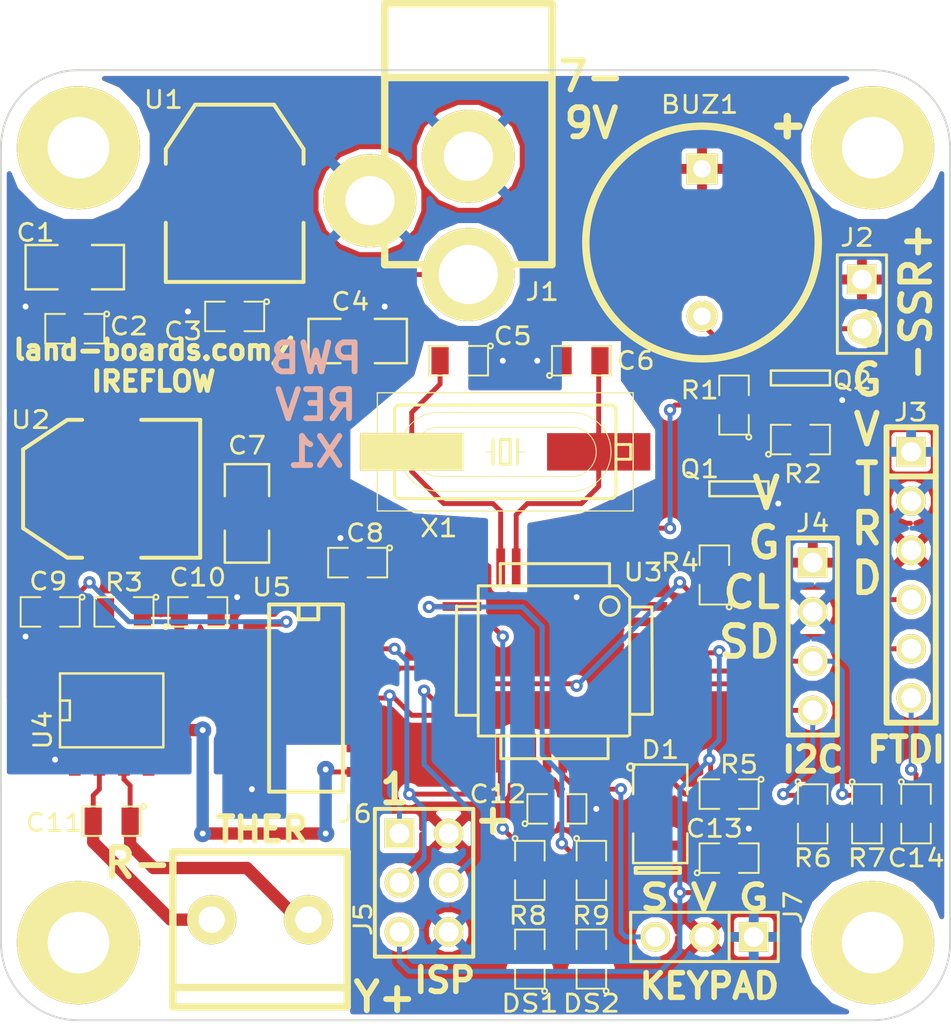
<source format=kicad_pcb>
(kicad_pcb (version 3) (host pcbnew "(2013-07-07 BZR 4022)-stable")
  (layers (15 F.Cu signal) (0 B.Cu signal) (20 B.SilkS user hide) (21 F.SilkS user) (22 B.Mask user) (23 F.Mask user) (28 Edge.Cuts user))
  (net 0 "")
  (net 1 +5V)
  (net 2 /CPU/BUZZ)
  (net 3 /CPU/CS)
  (net 4 /CPU/DS1)
  (net 5 /CPU/DS2)
  (net 6 /CPU/MISO)
  (net 7 /CPU/MOSI)
  (net 8 /CPU/RESET)
  (net 9 /CPU/RXD)
  (net 10 /CPU/SCK)
  (net 11 /CPU/SCL)
  (net 12 /CPU/SDA)
  (net 13 /CPU/SSR)
  (net 14 /CPU/SW5WAY)
  (net 15 /CPU/TXD)
  (net 16 /CPU/XTAL1)
  (net 17 /CPU/XTAL2)
  (net 18 "/Power Supply/+3.3V")
  (net 19 "/Thermocoupler Amplifier/THERMO+")
  (net 20 "/Thermocoupler Amplifier/THERMO-")
  (net 21 "/Thermocoupler Amplifier/V33COND")
  (net 22 GND)
  (net 23 N-0000016)
  (net 24 N-0000019)
  (net 25 N-0000021)
  (net 26 N-0000022)
  (net 27 N-0000030)
  (net 28 N-0000031)
  (net 29 N-0000033)
  (net 30 N-0000034)
  (net 31 N-0000042)
  (net 32 N-0000044)
  (net 33 N-0000045)
  (net 34 N-0000051)
  (module TQFP32 (layer F.Cu) (at 28.575 30.48 270)
    (fp_text reference U3 (at -4.584 -4.576 360) (layer F.SilkS) (effects (font (size 0.889 1.016) (thickness 0.1397))))
    (fp_text value ATMEGA328-AU hide)
    (pad 8 smd rect (at -4.81584 2.77622 270) (size 1.99898 0.44958) (layers F.Cu F.Mask) (net 17 /CPU/XTAL2))
    (pad 7 smd rect (at -4.81584 1.97612 270) (size 1.99898 0.44958) (layers F.Cu F.Mask) (net 16 /CPU/XTAL1))
    (pad 6 smd rect (at -4.81584 1.17602 270) (size 1.99898 0.44958) (layers F.Cu F.Mask) (net 1 +5V))
    (pad 5 smd rect (at -4.81584 0.37592 270) (size 1.99898 0.44958) (layers F.Cu F.Mask) (net 22 GND))
    (pad 4 smd rect (at -4.81584 -0.42418 270) (size 1.99898 0.44958) (layers F.Cu F.Mask) (net 1 +5V))
    (pad 3 smd rect (at -4.81584 -1.22428 270) (size 1.99898 0.44958) (layers F.Cu F.Mask) (net 22 GND))
    (pad 2 smd rect (at -4.81584 -2.02438 270) (size 1.99898 0.44958) (layers F.Cu F.Mask) (net 13 /CPU/SSR))
    (pad 1 smd rect (at -4.81584 -2.82448 270) (size 1.99898 0.44958) (layers F.Cu F.Mask))
    (pad 24 smd rect (at 4.7498 -2.8194 270) (size 1.99898 0.44958) (layers F.Cu F.Mask))
    (pad 17 smd rect (at 4.7498 2.794 270) (size 1.99898 0.44958) (layers F.Cu F.Mask) (net 10 /CPU/SCK))
    (pad 18 smd rect (at 4.7498 1.9812 270) (size 1.99898 0.44958) (layers F.Cu F.Mask) (net 1 +5V))
    (pad 19 smd rect (at 4.7498 1.1684 270) (size 1.99898 0.44958) (layers F.Cu F.Mask))
    (pad 20 smd rect (at 4.7498 0.381 270) (size 1.99898 0.44958) (layers F.Cu F.Mask))
    (pad 21 smd rect (at 4.7498 -0.4318 270) (size 1.99898 0.44958) (layers F.Cu F.Mask) (net 22 GND))
    (pad 22 smd rect (at 4.7498 -1.2192 270) (size 1.99898 0.44958) (layers F.Cu F.Mask))
    (pad 23 smd rect (at 4.7498 -2.032 270) (size 1.99898 0.44958) (layers F.Cu F.Mask) (net 14 /CPU/SW5WAY))
    (pad 32 smd rect (at -2.82448 -4.826 270) (size 0.44958 1.99898) (layers F.Cu F.Mask))
    (pad 31 smd rect (at -2.02692 -4.826 270) (size 0.44958 1.99898) (layers F.Cu F.Mask) (net 15 /CPU/TXD))
    (pad 30 smd rect (at -1.22428 -4.826 270) (size 0.44958 1.99898) (layers F.Cu F.Mask) (net 9 /CPU/RXD))
    (pad 29 smd rect (at -0.42672 -4.826 270) (size 0.44958 1.99898) (layers F.Cu F.Mask) (net 8 /CPU/RESET))
    (pad 28 smd rect (at 0.37592 -4.826 270) (size 0.44958 1.99898) (layers F.Cu F.Mask) (net 11 /CPU/SCL))
    (pad 27 smd rect (at 1.17348 -4.826 270) (size 0.44958 1.99898) (layers F.Cu F.Mask) (net 12 /CPU/SDA))
    (pad 26 smd rect (at 1.97612 -4.826 270) (size 0.44958 1.99898) (layers F.Cu F.Mask))
    (pad 25 smd rect (at 2.77368 -4.826 270) (size 0.44958 1.99898) (layers F.Cu F.Mask))
    (pad 9 smd rect (at -2.8194 4.7752 270) (size 0.44958 1.99898) (layers F.Cu F.Mask) (net 5 /CPU/DS2))
    (pad 10 smd rect (at -2.032 4.7752 270) (size 0.44958 1.99898) (layers F.Cu F.Mask) (net 4 /CPU/DS1))
    (pad 11 smd rect (at -1.2192 4.7752 270) (size 0.44958 1.99898) (layers F.Cu F.Mask))
    (pad 12 smd rect (at -0.4318 4.7752 270) (size 0.44958 1.99898) (layers F.Cu F.Mask))
    (pad 13 smd rect (at 0.3556 4.7752 270) (size 0.44958 1.99898) (layers F.Cu F.Mask) (net 3 /CPU/CS))
    (pad 14 smd rect (at 1.1684 4.7752 270) (size 0.44958 1.99898) (layers F.Cu F.Mask) (net 2 /CPU/BUZZ))
    (pad 15 smd rect (at 1.9812 4.7752 270) (size 0.44958 1.99898) (layers F.Cu F.Mask) (net 7 /CPU/MOSI))
    (pad 16 smd rect (at 2.794 4.7752 270) (size 0.44958 1.99898) (layers F.Cu F.Mask) (net 6 /CPU/MISO))
  )
  (module SOT23EBC (layer F.Cu) (at 38.1 21.59 180)
    (fp_text reference Q1 (at 2.032 1.016 180) (layer F.SilkS) (effects (font (size 0.889 1.016) (thickness 0.1397))))
    (fp_text value 2N3904 hide)
    (pad 1 smd rect (at -0.889 -1.016 180) (size 0.9144 0.9144) (layers F.Cu F.Mask) (net 22 GND))
    (pad 2 smd rect (at 0.889 -1.016 180) (size 0.9144 0.9144) (layers F.Cu F.Mask) (net 27 N-0000030))
    (pad 3 smd rect (at 0 1.016 180) (size 0.9144 0.9144) (layers F.Cu F.Mask) (net 23 N-0000016))
  )
  (module SOT223 (layer F.Cu) (at 5.715 21.59 90)
    (fp_text reference U2 (at 3.556 -4.191 180) (layer F.SilkS) (effects (font (size 0.889 1.016) (thickness 0.1397))))
    (fp_text value AP1117 hide)
    (pad 4 smd rect (at 0 -3.302 90) (size 3.6576 2.032) (layers F.Cu F.Mask) (net 18 "/Power Supply/+3.3V"))
    (pad 2 smd rect (at 0 3.302 90) (size 1.016 2.032) (layers F.Cu F.Mask) (net 18 "/Power Supply/+3.3V"))
    (pad 3 smd rect (at 2.286 3.302 90) (size 1.016 2.032) (layers F.Cu F.Mask) (net 1 +5V))
    (pad 1 smd rect (at -2.286 3.302 90) (size 1.016 2.032) (layers F.Cu F.Mask) (net 22 GND))
  )
  (module SOT223 (layer F.Cu) (at 12.065 6.35)
    (fp_text reference U1 (at -3.683 -4.826) (layer F.SilkS) (effects (font (size 0.889 1.016) (thickness 0.1397))))
    (fp_text value AP1117-5.0 hide)
    (pad 4 smd rect (at 0 -3.302) (size 3.6576 2.032) (layers F.Cu F.Mask) (net 1 +5V))
    (pad 2 smd rect (at 0 3.302) (size 1.016 2.032) (layers F.Cu F.Mask) (net 1 +5V))
    (pad 3 smd rect (at 2.286 3.302) (size 1.016 2.032) (layers F.Cu F.Mask) (net 34 N-0000051))
    (pad 1 smd rect (at -2.286 3.302) (size 1.016 2.032) (layers F.Cu F.Mask) (net 22 GND))
  )
  (module SM0805 (layer F.Cu) (at 28.702 38.1)
    (fp_text reference C12 (at -3.048 -0.762) (layer F.SilkS) (effects (font (size 0.889 1.016) (thickness 0.1397))))
    (fp_text value 0.1uF hide)
    (pad 1 smd rect (at -0.9525 0) (size 0.889 1.397) (layers F.Cu F.Mask) (net 1 +5V))
    (pad 2 smd rect (at 0.9525 0) (size 0.889 1.397) (layers F.Cu F.Mask) (net 22 GND))
  )
  (module SM0805 (layer F.Cu) (at 23.622 14.986 180)
    (fp_text reference C5 (at -2.794 1.27 180) (layer F.SilkS) (effects (font (size 0.889 1.016) (thickness 0.1397))))
    (fp_text value 18pF hide)
    (pad 1 smd rect (at -0.9525 0 180) (size 0.889 1.397) (layers F.Cu F.Mask) (net 22 GND))
    (pad 2 smd rect (at 0.9525 0 180) (size 0.889 1.397) (layers F.Cu F.Mask) (net 17 /CPU/XTAL2))
  )
  (module SM0805 (layer F.Cu) (at 37.846 17.272 90)
    (fp_text reference R1 (at 0.762 -1.778 180) (layer F.SilkS) (effects (font (size 0.889 1.016) (thickness 0.1397))))
    (fp_text value 100 hide)
    (pad 1 smd rect (at -0.9525 0 90) (size 0.889 1.397) (layers F.Cu F.Mask) (net 23 N-0000016))
    (pad 2 smd rect (at 0.9525 0 90) (size 0.889 1.397) (layers F.Cu F.Mask) (net 28 N-0000031))
  )
  (module SM0805 (layer F.Cu) (at 29.972 14.986)
    (fp_text reference C6 (at 2.794 0) (layer F.SilkS) (effects (font (size 0.889 1.016) (thickness 0.1397))))
    (fp_text value 18pF hide)
    (pad 1 smd rect (at -0.9525 0) (size 0.889 1.397) (layers F.Cu F.Mask) (net 22 GND))
    (pad 2 smd rect (at 0.9525 0) (size 0.889 1.397) (layers F.Cu F.Mask) (net 16 /CPU/XTAL1))
  )
  (module SM0805 (layer F.Cu) (at 12.065 12.7 180)
    (fp_text reference C3 (at 2.667 -0.762 180) (layer F.SilkS) (effects (font (size 0.889 1.016) (thickness 0.1397))))
    (fp_text value 0.1uF hide)
    (pad 1 smd rect (at -0.9525 0 180) (size 0.889 1.397) (layers F.Cu F.Mask) (net 34 N-0000051))
    (pad 2 smd rect (at 0.9525 0 180) (size 0.889 1.397) (layers F.Cu F.Mask) (net 22 GND))
  )
  (module SM0805 (layer F.Cu) (at 3.81 13.335 180)
    (fp_text reference C2 (at -2.794 0.127 180) (layer F.SilkS) (effects (font (size 0.889 1.016) (thickness 0.1397))))
    (fp_text value 0.1uF hide)
    (pad 1 smd rect (at -0.9525 0 180) (size 0.889 1.397) (layers F.Cu F.Mask) (net 1 +5V))
    (pad 2 smd rect (at 0.9525 0 180) (size 0.889 1.397) (layers F.Cu F.Mask) (net 22 GND))
  )
  (module SM0805 (layer F.Cu) (at 10.16 27.94)
    (fp_text reference C10 (at 0 -1.778) (layer F.SilkS) (effects (font (size 0.889 1.016) (thickness 0.1397))))
    (fp_text value 0.1uF hide)
    (pad 1 smd rect (at -0.9525 0) (size 0.889 1.397) (layers F.Cu F.Mask) (net 18 "/Power Supply/+3.3V"))
    (pad 2 smd rect (at 0.9525 0) (size 0.889 1.397) (layers F.Cu F.Mask) (net 22 GND))
  )
  (module SM0805 (layer F.Cu) (at 30.48 41.275 270)
    (fp_text reference R9 (at 2.334 0.012 360) (layer F.SilkS) (effects (font (size 0.889 1.016) (thickness 0.1397))))
    (fp_text value 330 hide)
    (pad 1 smd rect (at -0.9525 0 270) (size 0.889 1.397) (layers F.Cu F.Mask) (net 5 /CPU/DS2))
    (pad 2 smd rect (at 0.9525 0 270) (size 0.889 1.397) (layers F.Cu F.Mask) (net 30 N-0000034))
  )
  (module SM0805 (layer F.Cu) (at 37.592 37.338 180)
    (fp_text reference R5 (at -0.508 1.524 180) (layer F.SilkS) (effects (font (size 0.889 1.016) (thickness 0.1397))))
    (fp_text value 10K hide)
    (pad 1 smd rect (at -0.9525 0 180) (size 0.889 1.397) (layers F.Cu F.Mask) (net 1 +5V))
    (pad 2 smd rect (at 0.9525 0 180) (size 0.889 1.397) (layers F.Cu F.Mask) (net 8 /CPU/RESET))
  )
  (module SM0805 (layer F.Cu) (at 18.415 25.4 180)
    (fp_text reference C8 (at -0.381 1.524 180) (layer F.SilkS) (effects (font (size 0.889 1.016) (thickness 0.1397))))
    (fp_text value 0.1uF hide)
    (pad 1 smd rect (at -0.9525 0 180) (size 0.889 1.397) (layers F.Cu F.Mask) (net 1 +5V))
    (pad 2 smd rect (at 0.9525 0 180) (size 0.889 1.397) (layers F.Cu F.Mask) (net 22 GND))
  )
  (module SM0805 (layer F.Cu) (at 37.592 40.64)
    (fp_text reference C13 (at -0.762 -1.524) (layer F.SilkS) (effects (font (size 0.889 1.016) (thickness 0.1397))))
    (fp_text value 0.1uF hide)
    (pad 1 smd rect (at -0.9525 0) (size 0.889 1.397) (layers F.Cu F.Mask) (net 1 +5V))
    (pad 2 smd rect (at 0.9525 0) (size 0.889 1.397) (layers F.Cu F.Mask) (net 22 GND))
  )
  (module SM0805 (layer F.Cu) (at 27.305 45.847 90)
    (fp_text reference DS1 (at -2.286 0 180) (layer F.SilkS) (effects (font (size 0.889 1.016) (thickness 0.1397))))
    (fp_text value LED hide)
    (pad 1 smd rect (at -0.9525 0 90) (size 0.889 1.397) (layers F.Cu F.Mask) (net 1 +5V))
    (pad 2 smd rect (at 0.9525 0 90) (size 0.889 1.397) (layers F.Cu F.Mask) (net 29 N-0000033))
  )
  (module SM0805 (layer F.Cu) (at 27.305 41.275 270)
    (fp_text reference R8 (at 2.334 0.108 360) (layer F.SilkS) (effects (font (size 0.889 1.016) (thickness 0.1397))))
    (fp_text value 330 hide)
    (pad 1 smd rect (at -0.9525 0 270) (size 0.889 1.397) (layers F.Cu F.Mask) (net 4 /CPU/DS1))
    (pad 2 smd rect (at 0.9525 0 270) (size 0.889 1.397) (layers F.Cu F.Mask) (net 29 N-0000033))
  )
  (module SM0805 (layer F.Cu) (at 36.83 26.035 90)
    (fp_text reference R4 (at 0.635 -1.778 180) (layer F.SilkS) (effects (font (size 0.889 1.016) (thickness 0.1397))))
    (fp_text value 10K hide)
    (pad 1 smd rect (at -0.9525 0 90) (size 0.889 1.397) (layers F.Cu F.Mask) (net 2 /CPU/BUZZ))
    (pad 2 smd rect (at 0.9525 0 90) (size 0.889 1.397) (layers F.Cu F.Mask) (net 27 N-0000030))
  )
  (module PIEZO_12MM (layer F.Cu) (at 36.195 8.89 270)
    (fp_text reference BUZ1 (at -7.112 0.127 360) (layer F.SilkS) (effects (font (size 0.889 1.016) (thickness 0.1397))))
    (fp_text value BUZZER hide)
    (pad 1 thru_hole rect (at -3.8 0 270) (size 1.6 1.6) (drill 0.9) (layers *.Cu *.Mask F.SilkS) (net 1 +5V))
    (pad 2 thru_hole circle (at 3.8 0 270) (size 1.6 1.6) (drill 0.9) (layers *.Cu *.Mask F.SilkS) (net 28 N-0000031))
  )
  (module MTG-4-40 (layer F.Cu) (at 4 4)
    (fp_text reference MTG4 hide)
    (fp_text value CONN_1 hide)
    (pad 1 thru_hole circle (at 0 0) (size 6.35 6.35) (drill 3.175) (layers *.Cu *.Mask F.SilkS) (clearance 0.508))
  )
  (module MTG-4-40 (layer F.Cu) (at 45 4)
    (fp_text reference MTG3 hide)
    (fp_text value CONN_1 hide)
    (pad 1 thru_hole circle (at 0 0) (size 6.35 6.35) (drill 3.175) (layers *.Cu *.Mask F.SilkS) (clearance 0.508))
  )
  (module MTG-4-40 (layer F.Cu) (at 4 45)
    (fp_text reference MTG2 hide)
    (fp_text value CONN_1 hide)
    (pad 1 thru_hole circle (at 0 0) (size 6.35 6.35) (drill 3.175) (layers *.Cu *.Mask F.SilkS) (clearance 0.508))
  )
  (module MTG-4-40 (layer F.Cu) (at 45 45)
    (fp_text reference MTG1 hide)
    (fp_text value CONN_1 hide)
    (pad 1 thru_hole circle (at 0 0) (size 6.35 6.35) (drill 3.175) (layers *.Cu *.Mask F.SilkS) (clearance 0.508))
  )
  (module crystal-HC49UP (layer F.Cu) (at 26.035 19.685)
    (fp_text reference X1 (at -3.429 3.937) (layer F.SilkS) (effects (font (size 0.889 1.016) (thickness 0.1397))))
    (fp_text value 16.0MHz hide)
    (pad 1 smd rect (at -4.826 0) (size 5.334 1.9304) (layers F.Cu F.SilkS F.Mask) (net 17 /CPU/XTAL2))
    (pad 2 smd rect (at 4.826 0) (size 5.334 1.9304) (layers F.Cu F.Mask) (net 16 /CPU/XTAL1))
  )
  (module SM0805 (layer F.Cu) (at 5.715 38.735 180)
    (fp_text reference C11 (at 2.9718 -0.0762 180) (layer F.SilkS) (effects (font (size 0.889 1.016) (thickness 0.1397))))
    (fp_text value 0.01uF hide)
    (pad 1 smd rect (at -0.9525 0 180) (size 0.889 1.397) (layers F.Cu F.Mask) (net 19 "/Thermocoupler Amplifier/THERMO+"))
    (pad 2 smd rect (at 0.9525 0 180) (size 0.889 1.397) (layers F.Cu F.Mask) (net 20 "/Thermocoupler Amplifier/THERMO-"))
  )
  (module SM0805 (layer F.Cu) (at 2.54 27.94 180)
    (fp_text reference C9 (at 0.1016 1.5748 180) (layer F.SilkS) (effects (font (size 0.889 1.016) (thickness 0.1397))))
    (fp_text value 0.1uF hide)
    (pad 1 smd rect (at -0.9525 0 180) (size 0.889 1.397) (layers F.Cu F.Mask) (net 21 "/Thermocoupler Amplifier/V33COND"))
    (pad 2 smd rect (at 0.9525 0 180) (size 0.889 1.397) (layers F.Cu F.Mask) (net 22 GND))
  )
  (module SM0805 (layer F.Cu) (at 6.35 27.94 180)
    (fp_text reference R3 (at 0 1.524 180) (layer F.SilkS) (effects (font (size 0.889 1.016) (thickness 0.1397))))
    (fp_text value 10 hide)
    (pad 1 smd rect (at -0.9525 0 180) (size 0.889 1.397) (layers F.Cu F.Mask) (net 18 "/Power Supply/+3.3V"))
    (pad 2 smd rect (at 0.9525 0 180) (size 0.889 1.397) (layers F.Cu F.Mask) (net 21 "/Thermocoupler Amplifier/V33COND"))
  )
  (module TB2-5MM (layer F.Cu) (at 15.875 43.815 180)
    (fp_text reference J5 (at -2.8194 0.0254 270) (layer F.SilkS) (effects (font (size 0.889 1.016) (thickness 0.1397))))
    (fp_text value CONN_2 hide)
    (pad 1 thru_hole circle (at 0 0 180) (size 2.54 2.54) (drill 1.3589) (layers *.Cu *.Mask F.SilkS) (net 19 "/Thermocoupler Amplifier/THERMO+"))
    (pad 2 thru_hole circle (at 5 0 180) (size 2.54 2.54) (drill 1.3589) (layers *.Cu *.Mask F.SilkS) (net 20 "/Thermocoupler Amplifier/THERMO-"))
  )
  (module PIN_ARRAY_3X1 (layer F.Cu) (at 36.322 44.704 180)
    (fp_text reference J7 (at -4.572 1.524 270) (layer F.SilkS) (effects (font (size 0.889 1.016) (thickness 0.1397))))
    (fp_text value GVS hide)
    (pad 1 thru_hole rect (at -2.54 0 180) (size 1.524 1.524) (drill 1.016) (layers *.Cu *.Mask F.SilkS) (net 22 GND))
    (pad 2 thru_hole circle (at 0 0 180) (size 1.524 1.524) (drill 1.016) (layers *.Cu *.Mask F.SilkS) (net 1 +5V))
    (pad 3 thru_hole circle (at 2.54 0 180) (size 1.524 1.524) (drill 1.016) (layers *.Cu *.Mask F.SilkS) (net 14 /CPU/SW5WAY))
  )
  (module JACK_2.1MM (layer F.Cu) (at 24.13 4.445 270)
    (fp_text reference J1 (at 6.985 -3.81 360) (layer F.SilkS) (effects (font (size 0.889 1.016) (thickness 0.1397))))
    (fp_text value DCJ0202 hide)
    (pad 2 thru_hole circle (at 0 0 270) (size 4.8006 4.8006) (drill 2.54) (layers *.Cu *.Mask F.SilkS) (net 22 GND))
    (pad 1 thru_hole circle (at 6.096 0 270) (size 4.8006 4.8006) (drill 3.048) (layers *.Cu *.Mask F.SilkS) (net 34 N-0000051))
    (pad 3 thru_hole circle (at 2.286 5.08 270) (size 4.8006 4.8006) (drill 2.54) (layers *.Cu *.Mask F.SilkS) (net 22 GND))
  )
  (module SM1206 (layer F.Cu) (at 18.415 13.97)
    (fp_text reference C4 (at -0.381 -2.032) (layer F.SilkS) (effects (font (size 0.889 1.016) (thickness 0.1397))))
    (fp_text value 10uF hide)
    (pad 1 smd rect (at -1.651 0) (size 1.524 2.032) (layers F.Cu F.Mask) (net 34 N-0000051))
    (pad 2 smd rect (at 1.651 0) (size 1.524 2.032) (layers F.Cu F.Mask) (net 22 GND))
  )
  (module SM1206 (layer F.Cu) (at 3.81 10.16 180)
    (fp_text reference C1 (at 2.032 1.778 180) (layer F.SilkS) (effects (font (size 0.889 1.016) (thickness 0.1397))))
    (fp_text value 10uF hide)
    (pad 1 smd rect (at -1.651 0 180) (size 1.524 2.032) (layers F.Cu F.Mask) (net 1 +5V))
    (pad 2 smd rect (at 1.651 0 180) (size 1.524 2.032) (layers F.Cu F.Mask) (net 22 GND))
  )
  (module SM1206 (layer F.Cu) (at 12.7 22.86 270)
    (fp_text reference C7 (at -3.5 0 360) (layer F.SilkS) (effects (font (size 0.889 1.016) (thickness 0.1397))))
    (fp_text value 10uF hide)
    (pad 1 smd rect (at -1.651 0 270) (size 1.524 2.032) (layers F.Cu F.Mask) (net 18 "/Power Supply/+3.3V"))
    (pad 2 smd rect (at 1.651 0 270) (size 1.524 2.032) (layers F.Cu F.Mask) (net 22 GND))
  )
  (module SO8E (layer F.Cu) (at 5.715 33.02)
    (fp_text reference U4 (at -3.556 1.016 90) (layer F.SilkS) (effects (font (size 0.889 1.016) (thickness 0.1397))))
    (fp_text value MAX31855 hide)
    (pad 8 smd rect (at -1.905 -2.667) (size 0.59944 1.39954) (layers F.Cu F.Mask))
    (pad 1 smd rect (at -1.905 2.667) (size 0.59944 1.39954) (layers F.Cu F.Mask) (net 22 GND))
    (pad 7 smd rect (at -0.635 -2.667) (size 0.59944 1.39954) (layers F.Cu F.Mask) (net 33 N-0000045))
    (pad 6 smd rect (at 0.635 -2.667) (size 0.59944 1.39954) (layers F.Cu F.Mask) (net 32 N-0000044))
    (pad 5 smd rect (at 1.905 -2.667) (size 0.59944 1.39954) (layers F.Cu F.Mask) (net 31 N-0000042))
    (pad 2 smd rect (at -0.635 2.667) (size 0.59944 1.39954) (layers F.Cu F.Mask) (net 20 "/Thermocoupler Amplifier/THERMO-"))
    (pad 3 smd rect (at 0.635 2.667) (size 0.59944 1.39954) (layers F.Cu F.Mask) (net 19 "/Thermocoupler Amplifier/THERMO+"))
    (pad 4 smd rect (at 1.905 2.667) (size 0.59944 1.39954) (layers F.Cu F.Mask) (net 21 "/Thermocoupler Amplifier/V33COND"))
  )
  (module SOT23EBC (layer F.Cu) (at 41.275 15.875 180)
    (fp_text reference Q2 (at -2.667 -0.127 180) (layer F.SilkS) (effects (font (size 0.889 1.016) (thickness 0.1397))))
    (fp_text value 2N3904 hide)
    (pad 1 smd rect (at -0.889 -1.016 180) (size 0.9144 0.9144) (layers F.Cu F.Mask) (net 22 GND))
    (pad 2 smd rect (at 0.889 -1.016 180) (size 0.9144 0.9144) (layers F.Cu F.Mask) (net 26 N-0000022))
    (pad 3 smd rect (at 0 1.016 180) (size 0.9144 0.9144) (layers F.Cu F.Mask) (net 25 N-0000021))
  )
  (module SM0805 (layer F.Cu) (at 41.275 19.05)
    (fp_text reference R2 (at 0.127 1.778) (layer F.SilkS) (effects (font (size 0.889 1.016) (thickness 0.1397))))
    (fp_text value 10K hide)
    (pad 1 smd rect (at -0.9525 0) (size 0.889 1.397) (layers F.Cu F.Mask) (net 13 /CPU/SSR))
    (pad 2 smd rect (at 0.9525 0) (size 0.889 1.397) (layers F.Cu F.Mask) (net 26 N-0000022))
  )
  (module PIN_ARRAY_2X1 (layer F.Cu) (at 44.45 12.065 270)
    (fp_text reference J2 (at -3.429 0.254 360) (layer F.SilkS) (effects (font (size 0.889 1.016) (thickness 0.1397))))
    (fp_text value CONN_2 hide)
    (pad 1 thru_hole rect (at -1.27 0 270) (size 1.524 1.524) (drill 1.016) (layers *.Cu *.Mask F.SilkS) (net 1 +5V))
    (pad 2 thru_hole circle (at 1.27 0 270) (size 1.524 1.524) (drill 1.016) (layers *.Cu *.Mask F.SilkS) (net 25 N-0000021))
  )
  (module PIN_ARRAY_3X2 (layer F.Cu) (at 21.844 41.91 270)
    (fp_text reference J6 (at -3.556 3.556 360) (layer F.SilkS) (effects (font (size 0.889 1.016) (thickness 0.1397))))
    (fp_text value ISP hide)
    (pad 1 thru_hole rect (at -2.54 1.27 270) (size 1.524 1.524) (drill 1.016) (layers *.Cu *.Mask F.SilkS) (net 6 /CPU/MISO))
    (pad 2 thru_hole circle (at -2.54 -1.27 270) (size 1.524 1.524) (drill 1.016) (layers *.Cu *.Mask F.SilkS) (net 1 +5V))
    (pad 3 thru_hole circle (at 0 1.27 270) (size 1.524 1.524) (drill 1.016) (layers *.Cu *.Mask F.SilkS) (net 10 /CPU/SCK))
    (pad 4 thru_hole circle (at 0 -1.27 270) (size 1.524 1.524) (drill 1.016) (layers *.Cu *.Mask F.SilkS) (net 7 /CPU/MOSI))
    (pad 5 thru_hole circle (at 2.54 1.27 270) (size 1.524 1.524) (drill 1.016) (layers *.Cu *.Mask F.SilkS) (net 8 /CPU/RESET))
    (pad 6 thru_hole circle (at 2.54 -1.27 270) (size 1.524 1.524) (drill 1.016) (layers *.Cu *.Mask F.SilkS) (net 22 GND))
  )
  (module PIN_ARRAY_4X1 (layer F.Cu) (at 41.91 29.21 270)
    (fp_text reference J4 (at -5.842 0 360) (layer F.SilkS) (effects (font (size 0.889 1.016) (thickness 0.1397))))
    (fp_text value I2C_OLED_128X64 hide)
    (pad 1 thru_hole rect (at -3.81 0 270) (size 1.524 1.524) (drill 1.016) (layers *.Cu *.Mask F.SilkS) (net 1 +5V))
    (pad 2 thru_hole circle (at -1.27 0 270) (size 1.524 1.524) (drill 1.016) (layers *.Cu *.Mask F.SilkS) (net 22 GND))
    (pad 3 thru_hole circle (at 1.27 0 270) (size 1.524 1.524) (drill 1.016) (layers *.Cu *.Mask F.SilkS) (net 11 /CPU/SCL))
    (pad 4 thru_hole circle (at 3.81 0 270) (size 1.524 1.524) (drill 1.016) (layers *.Cu *.Mask F.SilkS) (net 12 /CPU/SDA))
  )
  (module PIN_ARRAY_6X1 (layer F.Cu) (at 46.99 26.035 270)
    (fp_text reference J3 (at -8.386 0.018 360) (layer F.SilkS) (effects (font (size 0.889 1.016) (thickness 0.1397))))
    (fp_text value FTDI hide)
    (pad 1 thru_hole rect (at -6.35 0 270) (size 1.524 1.524) (drill 1.016) (layers *.Cu *.Mask F.SilkS) (net 22 GND))
    (pad 2 thru_hole circle (at -3.81 0 270) (size 1.524 1.524) (drill 1.016) (layers *.Cu *.Mask F.SilkS) (net 22 GND))
    (pad 3 thru_hole circle (at -1.27 0 270) (size 1.524 1.524) (drill 1.016) (layers *.Cu *.Mask F.SilkS) (net 1 +5V))
    (pad 4 thru_hole circle (at 1.27 0 270) (size 1.524 1.524) (drill 1.016) (layers *.Cu *.Mask F.SilkS) (net 15 /CPU/TXD))
    (pad 5 thru_hole circle (at 3.81 0 270) (size 1.524 1.524) (drill 1.016) (layers *.Cu *.Mask F.SilkS) (net 9 /CPU/RXD))
    (pad 6 thru_hole circle (at 6.35 0 270) (size 1.524 1.524) (drill 1.016) (layers *.Cu *.Mask F.SilkS) (net 24 N-0000019))
  )
  (module SO14E (layer F.Cu) (at 15.875 32.385 270)
    (fp_text reference U5 (at -5.715 1.905 360) (layer F.SilkS) (effects (font (size 0.889 1.016) (thickness 0.1397))))
    (fp_text value TXS0104 hide)
    (pad 1 smd rect (at -3.81 2.794 270) (size 0.508 1.143) (layers F.Cu F.Mask) (net 21 "/Thermocoupler Amplifier/V33COND"))
    (pad 2 smd rect (at -2.54 2.794 270) (size 0.508 1.143) (layers F.Cu F.Mask) (net 31 N-0000042))
    (pad 3 smd rect (at -1.27 2.794 270) (size 0.508 1.143) (layers F.Cu F.Mask) (net 32 N-0000044))
    (pad 4 smd rect (at 0 2.794 270) (size 0.508 1.143) (layers F.Cu F.Mask) (net 33 N-0000045))
    (pad 5 smd rect (at 1.27 2.794 270) (size 0.508 1.143) (layers F.Cu F.Mask))
    (pad 6 smd rect (at 2.54 2.794 270) (size 0.508 1.143) (layers F.Cu F.Mask))
    (pad 7 smd rect (at 3.81 2.794 270) (size 0.508 1.143) (layers F.Cu F.Mask) (net 22 GND))
    (pad 8 smd rect (at 3.81 -2.54 270) (size 0.508 1.143) (layers F.Cu F.Mask) (net 21 "/Thermocoupler Amplifier/V33COND"))
    (pad 9 smd rect (at 2.54 -2.54 270) (size 0.508 1.143) (layers F.Cu F.Mask))
    (pad 10 smd rect (at 1.27 -2.54 270) (size 0.508 1.143) (layers F.Cu F.Mask))
    (pad 11 smd rect (at 0 -2.54 270) (size 0.508 1.143) (layers F.Cu F.Mask) (net 6 /CPU/MISO))
    (pad 12 smd rect (at -1.27 -2.54 270) (size 0.508 1.143) (layers F.Cu F.Mask) (net 3 /CPU/CS))
    (pad 13 smd rect (at -2.54 -2.54 270) (size 0.508 1.143) (layers F.Cu F.Mask) (net 10 /CPU/SCK))
    (pad 14 smd rect (at -3.81 -2.54 270) (size 0.508 1.143) (layers F.Cu F.Mask) (net 1 +5V))
  )
  (module SM0805 (layer F.Cu) (at 44.704 38.354 270)
    (fp_text reference R7 (at 2.286 0 360) (layer F.SilkS) (effects (font (size 0.889 1.016) (thickness 0.1397))))
    (fp_text value 10K hide)
    (pad 1 smd rect (at -0.9525 0 270) (size 0.889 1.397) (layers F.Cu F.Mask) (net 11 /CPU/SCL))
    (pad 2 smd rect (at 0.9525 0 270) (size 0.889 1.397) (layers F.Cu F.Mask) (net 1 +5V))
  )
  (module SM0805 (layer F.Cu) (at 41.91 38.354 270)
    (fp_text reference R6 (at 2.286 0 360) (layer F.SilkS) (effects (font (size 0.889 1.016) (thickness 0.1397))))
    (fp_text value 10K hide)
    (pad 1 smd rect (at -0.9525 0 270) (size 0.889 1.397) (layers F.Cu F.Mask) (net 12 /CPU/SDA))
    (pad 2 smd rect (at 0.9525 0 270) (size 0.889 1.397) (layers F.Cu F.Mask) (net 1 +5V))
  )
  (module SOD-123 (layer F.Cu) (at 34.036 38.354 270)
    (fp_text reference D1 (at -3.302 0 360) (layer F.SilkS) (effects (font (size 0.889 1.016) (thickness 0.1397))))
    (fp_text value MBR0520LT1G hide)
    (pad 1 smd rect (at -1.63576 0 270) (size 0.90932 1.2192) (layers F.Cu F.Mask) (net 8 /CPU/RESET))
    (pad 2 smd rect (at 1.63576 0 270) (size 0.90932 1.2192) (layers F.Cu F.Mask) (net 1 +5V))
  )
  (module SM0805 (layer F.Cu) (at 47.244 38.354 270)
    (fp_text reference C14 (at 2.286 0 360) (layer F.SilkS) (effects (font (size 0.889 1.016) (thickness 0.1397))))
    (fp_text value 0.1uF hide)
    (pad 1 smd rect (at -0.9525 0 270) (size 0.889 1.397) (layers F.Cu F.Mask) (net 24 N-0000019))
    (pad 2 smd rect (at 0.9525 0 270) (size 0.889 1.397) (layers F.Cu F.Mask) (net 8 /CPU/RESET))
  )
  (module SM0805 (layer F.Cu) (at 30.48 45.847 90)
    (fp_text reference DS2 (at -2.286 0 180) (layer F.SilkS) (effects (font (size 0.889 1.016) (thickness 0.1397))))
    (fp_text value LED hide)
    (pad 1 smd rect (at -0.9525 0 90) (size 0.889 1.397) (layers F.Cu F.Mask) (net 1 +5V))
    (pad 2 smd rect (at 0.9525 0 90) (size 0.889 1.397) (layers F.Cu F.Mask) (net 30 N-0000034))
  )
  (gr_text THER (at 13.462 39.1668) (layer F.SilkS) (effects (font (size 1.27 1.27) (thickness 0.28575))))
  (gr_line (start 35.052 41.402) (end 35.052 41.148) (angle 90) (layer F.SilkS) (width 0.2))
  (gr_line (start 32.766 41.402) (end 35.052 41.402) (angle 90) (layer F.SilkS) (width 0.2))
  (gr_line (start 32.766 41.148) (end 32.766 41.402) (angle 90) (layer F.SilkS) (width 0.2))
  (gr_line (start 35.052 41.148) (end 32.766 41.148) (angle 90) (layer F.SilkS) (width 0.2))
  (gr_line (start 32.766 41.148) (end 35.052 41.148) (angle 90) (layer F.SilkS) (width 0.2))
  (gr_text + (at 25.4 38.608) (layer F.SilkS) (effects (font (size 1.5 1.5) (thickness 0.3))))
  (gr_text "S V G" (at 36.322 42.672) (layer F.SilkS) (effects (font (size 1.27 1.524) (thickness 0.28575))))
  (gr_text "V\nG\nCL\nSD" (at 40.386 25.654) (layer F.SilkS) (effects (font (size 1.5875 1.5875) (thickness 0.3)) (justify right)))
  (gr_text "PWB\nREV\nX1" (at 16.256 17.272) (layer B.SilkS) (effects (font (size 1.5 1.5) (thickness 0.3)) (justify mirror)))
  (gr_text 1 (at 20.32 37.084) (layer F.SilkS) (effects (font (size 1.5 1.5) (thickness 0.3))))
  (gr_text ISP (at 22.9108 46.9392) (layer F.SilkS) (effects (font (size 1.27 1.27) (thickness 0.28575))))
  (gr_text KEYPAD (at 36.576 47.244) (layer F.SilkS) (effects (font (size 1.27 1.27) (thickness 0.28575))))
  (gr_text -SSR+ (at 47.244 11.938 90) (layer F.SilkS) (effects (font (size 1.5 1.5) (thickness 0.3))))
  (gr_text "7-\n9V" (at 30.48 1.524) (layer F.SilkS) (effects (font (size 1.5 1.5) (thickness 0.3))))
  (gr_text "land-boards.com/\nIREFLOW" (at 7.874 15.24) (layer F.SilkS) (effects (font (size 1.016 1.016) (thickness 0.254))))
  (gr_text FTDI (at 46.736 35.052) (layer F.SilkS) (effects (font (size 1.27 1.27) (thickness 0.3))))
  (gr_text I2C (at 41.91 35.56) (layer F.SilkS) (effects (font (size 1.27 1.27) (thickness 0.3))))
  (gr_text R- (at 7.0612 40.894) (layer F.SilkS) (effects (font (size 1.5 1.5) (thickness 0.3))))
  (gr_text Y+ (at 19.812 47.8028) (layer F.SilkS) (effects (font (size 1.5 1.5) (thickness 0.3))))
  (gr_text "G\nG\nV\nT\nR\nD" (at 44.704 19.812) (layer F.SilkS) (effects (font (size 1.5875 1.5) (thickness 0.3))))
  (gr_line (start 49 45) (end 49 4) (angle 90) (layer Edge.Cuts) (width 0.1))
  (gr_line (start 45 49) (end 4 49) (angle 90) (layer Edge.Cuts) (width 0.1))
  (gr_line (start 0 45) (end 0 4) (angle 90) (layer Edge.Cuts) (width 0.1))
  (gr_arc (start 4 45) (end 4 49) (angle 90) (layer Edge.Cuts) (width 0.1))
  (gr_line (start 45 0) (end 4 0) (angle 90) (layer Edge.Cuts) (width 0.1))
  (gr_arc (start 45 45) (end 49 45) (angle 90) (layer Edge.Cuts) (width 0.1))
  (gr_arc (start 45 4) (end 45 0) (angle 90) (layer Edge.Cuts) (width 0.1))
  (gr_arc (start 4 4) (end 0 4) (angle 90) (layer Edge.Cuts) (width 0.1))
  (segment (start 29.718 31.75) (end 35.052 26.416) (width 0.254) (layer B.Cu) (net 2))
  (segment (start 23.7998 31.6484) (end 29.6164 31.6484) (width 0.254) (layer F.Cu) (net 2))
  (via (at 29.718 31.75) (size 0.635) (layers F.Cu B.Cu) (net 2))
  (segment (start 29.6164 31.6484) (end 29.718 31.75) (width 0.254) (layer F.Cu) (net 2))
  (segment (start 35.6235 26.9875) (end 35.052 26.416) (width 0.254) (layer F.Cu) (net 2))
  (via (at 35.052 26.416) (size 0.635) (layers F.Cu B.Cu) (net 2))
  (segment (start 36.83 26.9875) (end 35.6235 26.9875) (width 0.254) (layer F.Cu) (net 2))
  (segment (start 18.415 31.115) (end 20.32 31.115) (width 0.254) (layer F.Cu) (net 3))
  (segment (start 20.5994 30.8356) (end 23.7998 30.8356) (width 0.254) (layer F.Cu) (net 3))
  (segment (start 20.32 31.115) (end 20.5994 30.8356) (width 0.254) (layer F.Cu) (net 3))
  (segment (start 23.7998 28.448) (end 25.146 28.448) (width 0.254) (layer F.Cu) (net 4))
  (via (at 25.908 29.21) (size 0.635) (layers F.Cu B.Cu) (net 4))
  (segment (start 25.146 28.448) (end 25.908 29.21) (width 0.254) (layer F.Cu) (net 4))
  (segment (start 27.1145 40.3225) (end 27.305 40.3225) (width 0.254) (layer F.Cu) (net 4))
  (segment (start 25.908 39.116) (end 27.1145 40.3225) (width 0.254) (layer F.Cu) (net 4))
  (via (at 25.908 39.116) (size 0.635) (layers F.Cu B.Cu) (net 4))
  (segment (start 25.908 29.21) (end 25.908 39.116) (width 0.254) (layer B.Cu) (net 4))
  (segment (start 28.956 39.878) (end 28.956 36.322) (width 0.254) (layer B.Cu) (net 5))
  (segment (start 26.924 27.686) (end 22.098 27.686) (width 0.254) (layer B.Cu) (net 5))
  (segment (start 27.94 28.702) (end 26.924 27.686) (width 0.254) (layer B.Cu) (net 5))
  (segment (start 27.94 35.306) (end 27.94 28.702) (width 0.254) (layer B.Cu) (net 5))
  (segment (start 28.956 36.322) (end 27.94 35.306) (width 0.254) (layer B.Cu) (net 5))
  (segment (start 23.7998 27.6606) (end 22.1234 27.6606) (width 0.254) (layer F.Cu) (net 5))
  (via (at 22.098 27.686) (size 0.635) (layers F.Cu B.Cu) (net 5))
  (segment (start 22.1234 27.6606) (end 22.098 27.686) (width 0.254) (layer F.Cu) (net 5))
  (segment (start 30.48 40.3225) (end 29.4005 40.3225) (width 0.254) (layer F.Cu) (net 5))
  (via (at 28.956 39.878) (size 0.635) (layers F.Cu B.Cu) (net 5))
  (segment (start 29.4005 40.3225) (end 28.956 39.878) (width 0.254) (layer F.Cu) (net 5))
  (segment (start 20.574 39.37) (end 20.574 37.846) (width 0.254) (layer B.Cu) (net 6))
  (segment (start 20.066 37.338) (end 20.066 32.258) (width 0.254) (layer B.Cu) (net 6))
  (segment (start 20.574 37.846) (end 20.066 37.338) (width 0.254) (layer B.Cu) (net 6))
  (segment (start 20.066 32.258) (end 20.066 32.385) (width 0.254) (layer F.Cu) (net 6))
  (via (at 20.066 32.258) (size 0.635) (layers F.Cu B.Cu) (net 6))
  (segment (start 18.415 32.385) (end 20.066 32.385) (width 0.254) (layer F.Cu) (net 6))
  (segment (start 20.066 32.385) (end 20.32 32.385) (width 0.254) (layer F.Cu) (net 6))
  (segment (start 20.32 32.385) (end 21.209 33.274) (width 0.254) (layer F.Cu) (net 6))
  (segment (start 21.209 33.274) (end 23.7998 33.274) (width 0.254) (layer F.Cu) (net 6))
  (segment (start 21.844 32.004) (end 21.844 35.814) (width 0.254) (layer B.Cu) (net 7))
  (segment (start 24.384 40.64) (end 23.114 41.91) (width 0.254) (layer B.Cu) (net 7))
  (segment (start 24.384 38.354) (end 24.384 40.64) (width 0.254) (layer B.Cu) (net 7))
  (segment (start 21.844 35.814) (end 24.384 38.354) (width 0.254) (layer B.Cu) (net 7))
  (segment (start 23.7998 32.4612) (end 22.3012 32.4612) (width 0.254) (layer F.Cu) (net 7))
  (via (at 21.844 32.004) (size 0.635) (layers F.Cu B.Cu) (net 7))
  (segment (start 22.3012 32.4612) (end 21.844 32.004) (width 0.254) (layer F.Cu) (net 7))
  (segment (start 47.244 39.3065) (end 47.244 40.894) (width 0.254) (layer F.Cu) (net 8))
  (via (at 35.052 42.418) (size 0.635) (layers F.Cu B.Cu) (net 8))
  (segment (start 39.878 42.418) (end 35.052 42.418) (width 0.254) (layer F.Cu) (net 8))
  (segment (start 41.148 41.148) (end 39.878 42.418) (width 0.254) (layer F.Cu) (net 8))
  (segment (start 45.72 41.148) (end 41.148 41.148) (width 0.254) (layer F.Cu) (net 8))
  (segment (start 45.974 40.894) (end 45.72 41.148) (width 0.254) (layer F.Cu) (net 8))
  (segment (start 47.244 40.894) (end 45.974 40.894) (width 0.254) (layer F.Cu) (net 8))
  (segment (start 34.036 36.71824) (end 34.68624 36.71824) (width 0.254) (layer F.Cu) (net 8))
  (segment (start 35.306 37.338) (end 36.6395 37.338) (width 0.254) (layer F.Cu) (net 8))
  (segment (start 34.68624 36.71824) (end 35.306 37.338) (width 0.254) (layer F.Cu) (net 8))
  (segment (start 33.401 30.05328) (end 37.00272 30.05328) (width 0.254) (layer F.Cu) (net 8))
  (segment (start 36.6395 35.6235) (end 36.6395 37.338) (width 0.254) (layer F.Cu) (net 8))
  (via (at 37.084 29.972) (size 0.635) (layers F.Cu B.Cu) (net 8))
  (segment (start 37.00272 30.05328) (end 37.084 29.972) (width 0.254) (layer F.Cu) (net 8))
  (segment (start 36.576 35.56) (end 36.6395 35.6235) (width 0.254) (layer F.Cu) (net 8))
  (via (at 36.576 35.56) (size 0.635) (layers F.Cu B.Cu) (net 8))
  (segment (start 37.084 29.972) (end 37.084 34.544) (width 0.254) (layer B.Cu) (net 8))
  (segment (start 36.576 35.052) (end 36.576 35.56) (width 0.254) (layer B.Cu) (net 8))
  (segment (start 37.084 34.544) (end 36.576 35.052) (width 0.254) (layer B.Cu) (net 8))
  (segment (start 35.052 37.084) (end 36.576 35.56) (width 0.254) (layer B.Cu) (net 8))
  (segment (start 20.574 44.45) (end 20.574 45.974) (width 0.254) (layer B.Cu) (net 8))
  (segment (start 20.574 45.974) (end 21.082 46.482) (width 0.254) (layer B.Cu) (net 8))
  (segment (start 21.082 46.482) (end 34.036 46.482) (width 0.254) (layer B.Cu) (net 8))
  (segment (start 34.036 46.482) (end 35.052 45.466) (width 0.254) (layer B.Cu) (net 8))
  (segment (start 35.052 45.466) (end 35.052 42.418) (width 0.254) (layer B.Cu) (net 8))
  (segment (start 35.052 42.418) (end 35.052 37.084) (width 0.254) (layer B.Cu) (net 8))
  (segment (start 33.401 29.25572) (end 35.85972 29.25572) (width 0.254) (layer F.Cu) (net 9))
  (segment (start 45.339 29.845) (end 46.99 29.845) (width 0.254) (layer F.Cu) (net 9))
  (segment (start 44.704 29.21) (end 45.339 29.845) (width 0.254) (layer F.Cu) (net 9))
  (segment (start 40.894 29.21) (end 44.704 29.21) (width 0.254) (layer F.Cu) (net 9))
  (segment (start 40.64 28.956) (end 40.894 29.21) (width 0.254) (layer F.Cu) (net 9))
  (segment (start 36.15944 28.956) (end 40.64 28.956) (width 0.254) (layer F.Cu) (net 9))
  (segment (start 35.85972 29.25572) (end 36.15944 28.956) (width 0.254) (layer F.Cu) (net 9))
  (segment (start 20.574 41.91) (end 21.844 40.64) (width 0.254) (layer B.Cu) (net 10))
  (segment (start 21.844 38.1) (end 21.082 37.338) (width 0.254) (layer B.Cu) (net 10))
  (segment (start 21.844 40.64) (end 21.844 38.1) (width 0.254) (layer B.Cu) (net 10))
  (segment (start 20.955 30.48) (end 20.955 37.211) (width 0.254) (layer B.Cu) (net 10))
  (via (at 20.32 29.845) (size 0.635) (layers F.Cu B.Cu) (net 10))
  (segment (start 20.32 29.845) (end 20.955 30.48) (width 0.254) (layer B.Cu) (net 10))
  (segment (start 18.415 29.845) (end 20.32 29.845) (width 0.254) (layer F.Cu) (net 10))
  (segment (start 20.955 37.211) (end 21.082 37.338) (width 0.254) (layer B.Cu) (net 10))
  (via (at 21.082 37.338) (size 0.635) (layers F.Cu B.Cu) (net 10))
  (segment (start 21.082 37.338) (end 25.654 37.338) (width 0.254) (layer F.Cu) (net 10))
  (segment (start 25.781 37.211) (end 25.781 35.2298) (width 0.254) (layer F.Cu) (net 10))
  (segment (start 25.654 37.338) (end 25.781 37.211) (width 0.254) (layer F.Cu) (net 10))
  (segment (start 41.91 30.48) (end 42.926 30.48) (width 0.254) (layer B.Cu) (net 11))
  (segment (start 43.434 30.988) (end 43.434 37.338) (width 0.254) (layer B.Cu) (net 11))
  (segment (start 42.926 30.48) (end 43.434 30.988) (width 0.254) (layer B.Cu) (net 11))
  (segment (start 44.704 37.4015) (end 43.4975 37.4015) (width 0.254) (layer F.Cu) (net 11))
  (via (at 43.434 37.338) (size 0.635) (layers F.Cu B.Cu) (net 11))
  (segment (start 43.4975 37.4015) (end 43.434 37.338) (width 0.254) (layer F.Cu) (net 11))
  (segment (start 33.401 30.85592) (end 36.18992 30.85592) (width 0.254) (layer F.Cu) (net 11))
  (segment (start 40.132 30.48) (end 41.91 30.48) (width 0.254) (layer F.Cu) (net 11))
  (segment (start 39.624 30.988) (end 40.132 30.48) (width 0.254) (layer F.Cu) (net 11))
  (segment (start 36.322 30.988) (end 39.624 30.988) (width 0.254) (layer F.Cu) (net 11))
  (segment (start 36.18992 30.85592) (end 36.322 30.988) (width 0.254) (layer F.Cu) (net 11))
  (segment (start 41.91 33.02) (end 41.91 35.814) (width 0.254) (layer B.Cu) (net 12))
  (segment (start 40.4495 37.4015) (end 41.91 37.4015) (width 0.254) (layer F.Cu) (net 12))
  (segment (start 40.386 37.338) (end 40.4495 37.4015) (width 0.254) (layer F.Cu) (net 12))
  (via (at 40.386 37.338) (size 0.635) (layers F.Cu B.Cu) (net 12))
  (segment (start 41.91 35.814) (end 40.386 37.338) (width 0.254) (layer B.Cu) (net 12))
  (segment (start 33.401 31.65348) (end 38.25748 31.65348) (width 0.254) (layer F.Cu) (net 12))
  (segment (start 39.624 33.02) (end 41.91 33.02) (width 0.254) (layer F.Cu) (net 12))
  (segment (start 38.25748 31.65348) (end 39.624 33.02) (width 0.254) (layer F.Cu) (net 12))
  (segment (start 31.242 23.622) (end 34.544 23.622) (width 0.254) (layer F.Cu) (net 13))
  (segment (start 34.544 23.622) (end 34.544 17.526) (width 0.254) (layer B.Cu) (net 13))
  (via (at 34.544 23.622) (size 0.635) (layers F.Cu B.Cu) (net 13))
  (segment (start 30.59938 25.66416) (end 30.59938 24.26462) (width 0.254) (layer F.Cu) (net 13))
  (segment (start 39.37 19.05) (end 40.3225 19.05) (width 0.254) (layer F.Cu) (net 13))
  (via (at 34.544 17.526) (size 0.635) (layers F.Cu B.Cu) (net 13))
  (segment (start 34.544 17.526) (end 34.798 17.272) (width 0.254) (layer F.Cu) (net 13))
  (segment (start 34.798 17.272) (end 38.608 17.272) (width 0.254) (layer F.Cu) (net 13))
  (segment (start 38.608 17.272) (end 39.116 17.78) (width 0.254) (layer F.Cu) (net 13))
  (segment (start 39.116 17.78) (end 39.116 18.796) (width 0.254) (layer F.Cu) (net 13))
  (segment (start 39.116 18.796) (end 39.37 19.05) (width 0.254) (layer F.Cu) (net 13))
  (segment (start 30.59938 24.26462) (end 31.242 23.622) (width 0.254) (layer F.Cu) (net 13))
  (segment (start 33.782 44.704) (end 32.258 44.704) (width 0.254) (layer B.Cu) (net 14))
  (via (at 32.004 37.084) (size 0.635) (layers F.Cu B.Cu) (net 14))
  (segment (start 32.004 44.45) (end 32.004 37.084) (width 0.254) (layer B.Cu) (net 14))
  (segment (start 32.258 44.704) (end 32.004 44.45) (width 0.254) (layer B.Cu) (net 14))
  (segment (start 30.607 36.703) (end 30.607 35.2298) (width 0.254) (layer F.Cu) (net 14))
  (segment (start 30.988 37.084) (end 30.607 36.703) (width 0.254) (layer F.Cu) (net 14))
  (segment (start 32.004 37.084) (end 30.988 37.084) (width 0.254) (layer F.Cu) (net 14))
  (segment (start 33.401 28.45308) (end 35.80892 28.45308) (width 0.254) (layer F.Cu) (net 15))
  (segment (start 44.577 27.305) (end 46.99 27.305) (width 0.254) (layer F.Cu) (net 15))
  (segment (start 43.942 26.67) (end 44.577 27.305) (width 0.254) (layer F.Cu) (net 15))
  (segment (start 40.64 26.67) (end 43.942 26.67) (width 0.254) (layer F.Cu) (net 15))
  (segment (start 39.116 28.194) (end 40.64 26.67) (width 0.254) (layer F.Cu) (net 15))
  (segment (start 36.068 28.194) (end 39.116 28.194) (width 0.254) (layer F.Cu) (net 15))
  (segment (start 35.80892 28.45308) (end 36.068 28.194) (width 0.254) (layer F.Cu) (net 15))
  (segment (start 26.59888 25.66416) (end 26.59888 22.93112) (width 0.254) (layer F.Cu) (net 16))
  (segment (start 27.178 22.352) (end 29.972 22.352) (width 0.254) (layer F.Cu) (net 16))
  (segment (start 26.59888 22.93112) (end 27.178 22.352) (width 0.254) (layer F.Cu) (net 16))
  (segment (start 30.861 19.685) (end 30.861 15.0495) (width 0.254) (layer F.Cu) (net 16))
  (segment (start 30.861 15.0495) (end 30.9245 14.986) (width 0.254) (layer F.Cu) (net 16))
  (segment (start 30.861 21.463) (end 30.861 19.685) (width 0.254) (layer F.Cu) (net 16))
  (segment (start 29.972 22.352) (end 30.861 21.463) (width 0.254) (layer F.Cu) (net 16))
  (segment (start 25.79878 25.66416) (end 25.79878 22.75078) (width 0.254) (layer F.Cu) (net 17))
  (segment (start 25.4 22.352) (end 22.86 22.352) (width 0.254) (layer F.Cu) (net 17))
  (segment (start 25.79878 22.75078) (end 25.4 22.352) (width 0.254) (layer F.Cu) (net 17))
  (segment (start 21.209 19.685) (end 21.209 17.653) (width 0.254) (layer F.Cu) (net 17))
  (segment (start 22.6695 16.1925) (end 22.6695 14.986) (width 0.254) (layer F.Cu) (net 17))
  (segment (start 21.209 17.653) (end 22.6695 16.1925) (width 0.254) (layer F.Cu) (net 17))
  (segment (start 21.209 20.701) (end 21.209 19.685) (width 0.254) (layer F.Cu) (net 17))
  (segment (start 22.86 22.352) (end 21.209 20.701) (width 0.254) (layer F.Cu) (net 17))
  (segment (start 15.875 43.815) (end 15.367 43.815) (width 0.635) (layer F.Cu) (net 19))
  (segment (start 6.6675 39.9415) (end 6.6675 38.735) (width 0.635) (layer F.Cu) (net 19))
  (segment (start 7.874 41.148) (end 6.6675 39.9415) (width 0.635) (layer F.Cu) (net 19))
  (segment (start 12.7 41.148) (end 7.874 41.148) (width 0.635) (layer F.Cu) (net 19))
  (segment (start 15.367 43.815) (end 12.7 41.148) (width 0.635) (layer F.Cu) (net 19))
  (segment (start 6.35 35.687) (end 6.35 36.576) (width 0.254) (layer F.Cu) (net 19))
  (segment (start 6.35 36.576) (end 6.6675 36.8935) (width 0.254) (layer F.Cu) (net 19))
  (segment (start 6.6675 36.8935) (end 6.6675 38.735) (width 0.254) (layer F.Cu) (net 19))
  (segment (start 10.875 43.815) (end 8.763 43.815) (width 0.635) (layer F.Cu) (net 20))
  (segment (start 8.763 43.815) (end 4.7625 39.8145) (width 0.635) (layer F.Cu) (net 20))
  (segment (start 4.7625 39.8145) (end 4.7625 38.735) (width 0.635) (layer F.Cu) (net 20))
  (segment (start 5.08 35.687) (end 5.08 37.084) (width 0.254) (layer F.Cu) (net 20))
  (segment (start 4.7625 37.4015) (end 4.7625 38.735) (width 0.254) (layer F.Cu) (net 20))
  (segment (start 5.08 37.084) (end 4.7625 37.4015) (width 0.254) (layer F.Cu) (net 20))
  (segment (start 14.732 28.448) (end 6.604 28.448) (width 0.254) (layer B.Cu) (net 21))
  (segment (start 6.604 28.448) (end 4.572 26.416) (width 0.254) (layer B.Cu) (net 21))
  (segment (start 3.4925 27.94) (end 5.3975 27.94) (width 0.635) (layer F.Cu) (net 21))
  (segment (start 2.54 31.75) (end 2.54 29.718) (width 0.635) (layer F.Cu) (net 21))
  (segment (start 10.414 34.036) (end 4.826 34.036) (width 0.635) (layer F.Cu) (net 21))
  (segment (start 4.826 34.036) (end 2.54 31.75) (width 0.635) (layer F.Cu) (net 21))
  (segment (start 10.414 39.37) (end 16.764 39.37) (width 0.635) (layer F.Cu) (net 21))
  (segment (start 16.764 36.068) (end 16.764 39.37) (width 0.635) (layer B.Cu) (net 21))
  (segment (start 16.891 36.195) (end 16.764 36.068) (width 0.254) (layer F.Cu) (net 21))
  (via (at 16.764 36.068) (size 0.889) (layers F.Cu B.Cu) (net 21))
  (via (at 16.764 39.37) (size 0.889) (layers F.Cu B.Cu) (net 21))
  (segment (start 18.415 36.195) (end 16.891 36.195) (width 0.254) (layer F.Cu) (net 21))
  (segment (start 10.414 39.37) (end 10.414 34.036) (width 0.635) (layer B.Cu) (net 21))
  (via (at 10.414 34.036) (size 0.889) (layers F.Cu B.Cu) (net 21))
  (segment (start 7.62 34.036) (end 10.414 34.036) (width 0.254) (layer F.Cu) (net 21))
  (via (at 10.414 39.37) (size 0.889) (layers F.Cu B.Cu) (net 21))
  (segment (start 13.081 28.575) (end 14.605 28.575) (width 0.254) (layer F.Cu) (net 21))
  (segment (start 3.4925 27.4955) (end 3.4925 27.94) (width 0.254) (layer F.Cu) (net 21))
  (via (at 4.572 26.416) (size 0.635) (layers F.Cu B.Cu) (net 21))
  (segment (start 4.572 26.416) (end 3.4925 27.4955) (width 0.254) (layer F.Cu) (net 21))
  (via (at 14.732 28.448) (size 0.635) (layers F.Cu B.Cu) (net 21))
  (segment (start 14.605 28.575) (end 14.732 28.448) (width 0.254) (layer F.Cu) (net 21))
  (segment (start 7.62 35.687) (end 7.62 34.036) (width 0.254) (layer F.Cu) (net 21))
  (segment (start 3.4925 28.7655) (end 3.4925 27.94) (width 0.254) (layer F.Cu) (net 21))
  (segment (start 2.54 29.718) (end 3.4925 28.7655) (width 0.254) (layer F.Cu) (net 21))
  (segment (start 29.0068 35.2298) (end 29.0068 36.3728) (width 0.254) (layer F.Cu) (net 22))
  (segment (start 29.6545 37.0205) (end 29.6545 38.1) (width 0.254) (layer F.Cu) (net 22))
  (segment (start 29.0068 36.3728) (end 29.6545 37.0205) (width 0.254) (layer F.Cu) (net 22))
  (segment (start 20.066 13.97) (end 20.066 12.446) (width 0.254) (layer F.Cu) (net 22))
  (via (at 19.812 12.192) (size 0.635) (layers F.Cu B.Cu) (net 22))
  (segment (start 20.066 12.446) (end 19.812 12.192) (width 0.254) (layer F.Cu) (net 22))
  (segment (start 11.1125 12.7) (end 9.906 12.7) (width 0.254) (layer F.Cu) (net 22))
  (segment (start 9.779 12.319) (end 9.652 12.446) (width 0.254) (layer F.Cu) (net 22))
  (via (at 9.652 12.446) (size 0.635) (layers F.Cu B.Cu) (net 22))
  (segment (start 9.779 12.319) (end 9.779 9.652) (width 0.254) (layer F.Cu) (net 22))
  (segment (start 9.906 12.7) (end 9.652 12.446) (width 0.254) (layer F.Cu) (net 22))
  (segment (start 2.8575 13.335) (end 1.905 13.335) (width 0.254) (layer F.Cu) (net 22))
  (segment (start 2.159 11.303) (end 1.27 12.192) (width 0.254) (layer F.Cu) (net 22))
  (via (at 1.27 12.192) (size 0.635) (layers F.Cu B.Cu) (net 22))
  (segment (start 2.159 11.303) (end 2.159 10.16) (width 0.254) (layer F.Cu) (net 22))
  (segment (start 1.27 12.7) (end 1.27 12.192) (width 0.254) (layer F.Cu) (net 22))
  (segment (start 1.905 13.335) (end 1.27 12.7) (width 0.254) (layer F.Cu) (net 22))
  (segment (start 28.19908 25.66416) (end 28.19908 27.17292) (width 0.254) (layer F.Cu) (net 22))
  (segment (start 29.79928 27.09672) (end 29.718 27.178) (width 0.254) (layer F.Cu) (net 22))
  (via (at 29.718 27.178) (size 0.635) (layers F.Cu B.Cu) (net 22))
  (segment (start 29.79928 27.09672) (end 29.79928 25.66416) (width 0.254) (layer F.Cu) (net 22))
  (segment (start 28.20416 27.178) (end 29.718 27.178) (width 0.254) (layer F.Cu) (net 22))
  (segment (start 28.19908 27.17292) (end 28.20416 27.178) (width 0.254) (layer F.Cu) (net 22))
  (segment (start 17.4625 25.4) (end 17.4625 24.1935) (width 0.254) (layer F.Cu) (net 22))
  (via (at 17.526 24.13) (size 0.635) (layers F.Cu B.Cu) (net 22))
  (segment (start 17.4625 24.1935) (end 17.526 24.13) (width 0.254) (layer F.Cu) (net 22))
  (segment (start 38.989 22.606) (end 39.878 22.606) (width 0.254) (layer F.Cu) (net 22))
  (via (at 40.132 22.352) (size 0.635) (layers F.Cu B.Cu) (net 22))
  (segment (start 39.878 22.606) (end 40.132 22.352) (width 0.254) (layer F.Cu) (net 22))
  (segment (start 29.0195 14.986) (end 27.686 14.986) (width 0.254) (layer F.Cu) (net 22))
  (via (at 27.686 14.986) (size 0.635) (layers F.Cu B.Cu) (net 22))
  (segment (start 24.5745 14.986) (end 25.908 14.986) (width 0.254) (layer F.Cu) (net 22))
  (via (at 25.908 14.986) (size 0.635) (layers F.Cu B.Cu) (net 22))
  (segment (start 42.164 16.891) (end 43.307 16.891) (width 0.254) (layer F.Cu) (net 22))
  (via (at 43.434 17.018) (size 0.635) (layers F.Cu B.Cu) (net 22))
  (segment (start 43.307 16.891) (end 43.434 17.018) (width 0.254) (layer F.Cu) (net 22))
  (segment (start 38.5445 40.64) (end 38.5445 39.1795) (width 0.254) (layer F.Cu) (net 22))
  (via (at 38.608 39.116) (size 0.635) (layers F.Cu B.Cu) (net 22))
  (segment (start 38.5445 39.1795) (end 38.608 39.116) (width 0.254) (layer F.Cu) (net 22))
  (segment (start 29.6545 38.1) (end 30.734 38.1) (width 0.254) (layer F.Cu) (net 22))
  (via (at 30.734 38.1) (size 0.635) (layers F.Cu B.Cu) (net 22))
  (segment (start 13.081 36.195) (end 13.081 36.957) (width 0.254) (layer F.Cu) (net 22))
  (via (at 12.954 37.084) (size 0.889) (layers F.Cu B.Cu) (net 22))
  (segment (start 13.081 36.957) (end 12.954 37.084) (width 0.254) (layer F.Cu) (net 22))
  (segment (start 3.81 35.687) (end 2.921 35.687) (width 0.254) (layer F.Cu) (net 22))
  (via (at 2.794 35.56) (size 0.889) (layers F.Cu B.Cu) (net 22))
  (segment (start 2.921 35.687) (end 2.794 35.56) (width 0.254) (layer F.Cu) (net 22))
  (segment (start 1.5875 27.94) (end 1.5875 28.8925) (width 0.254) (layer F.Cu) (net 22))
  (via (at 1.27 29.21) (size 0.635) (layers F.Cu B.Cu) (net 22))
  (segment (start 1.5875 28.8925) (end 1.27 29.21) (width 0.254) (layer F.Cu) (net 22))
  (segment (start 9.017 23.876) (end 10.414 23.876) (width 0.254) (layer F.Cu) (net 22))
  (segment (start 11.049 24.511) (end 12.7 24.511) (width 0.254) (layer F.Cu) (net 22))
  (segment (start 10.414 23.876) (end 11.049 24.511) (width 0.254) (layer F.Cu) (net 22))
  (segment (start 12.7 24.511) (end 12.7 26.67) (width 0.254) (layer F.Cu) (net 22))
  (segment (start 11.43 27.94) (end 12.192 27.178) (width 0.254) (layer F.Cu) (net 22))
  (via (at 12.192 27.178) (size 0.635) (layers F.Cu B.Cu) (net 22))
  (segment (start 11.43 27.94) (end 11.1125 27.94) (width 0.254) (layer F.Cu) (net 22))
  (segment (start 12.7 26.67) (end 12.192 27.178) (width 0.254) (layer F.Cu) (net 22))
  (segment (start 38.1 20.574) (end 38.1 19.812) (width 0.254) (layer F.Cu) (net 23))
  (segment (start 37.846 19.558) (end 37.846 18.2245) (width 0.254) (layer F.Cu) (net 23))
  (segment (start 38.1 19.812) (end 37.846 19.558) (width 0.254) (layer F.Cu) (net 23))
  (segment (start 47.244 37.4015) (end 47.244 36.322) (width 0.254) (layer F.Cu) (net 24))
  (segment (start 47.244 36.322) (end 46.99 36.068) (width 0.254) (layer F.Cu) (net 24))
  (via (at 46.99 36.068) (size 0.635) (layers F.Cu B.Cu) (net 24))
  (segment (start 46.99 32.385) (end 46.99 36.068) (width 0.254) (layer B.Cu) (net 24))
  (segment (start 41.275 14.859) (end 41.275 13.843) (width 0.254) (layer F.Cu) (net 25))
  (segment (start 41.783 13.335) (end 44.45 13.335) (width 0.254) (layer F.Cu) (net 25))
  (segment (start 41.275 13.843) (end 41.783 13.335) (width 0.254) (layer F.Cu) (net 25))
  (segment (start 40.386 16.891) (end 40.386 17.2085) (width 0.254) (layer F.Cu) (net 26))
  (segment (start 40.386 17.2085) (end 42.2275 19.05) (width 0.254) (layer F.Cu) (net 26))
  (segment (start 36.83 25.0825) (end 36.83 24.13) (width 0.254) (layer F.Cu) (net 27))
  (segment (start 37.211 23.749) (end 37.211 22.606) (width 0.254) (layer F.Cu) (net 27))
  (segment (start 36.83 24.13) (end 37.211 23.749) (width 0.254) (layer F.Cu) (net 27))
  (segment (start 37.846 16.3195) (end 37.846 14.732) (width 0.254) (layer F.Cu) (net 28))
  (segment (start 36.195 13.081) (end 36.195 12.69) (width 0.254) (layer F.Cu) (net 28))
  (segment (start 37.846 14.732) (end 36.195 13.081) (width 0.254) (layer F.Cu) (net 28))
  (segment (start 27.305 44.6405) (end 27.305 42.2275) (width 0.254) (layer F.Cu) (net 29))
  (segment (start 30.48 44.6405) (end 30.48 42.2275) (width 0.254) (layer F.Cu) (net 30))
  (segment (start 7.62 30.353) (end 10.795 30.353) (width 0.254) (layer F.Cu) (net 31))
  (segment (start 11.303 29.845) (end 13.081 29.845) (width 0.254) (layer F.Cu) (net 31))
  (segment (start 10.795 30.353) (end 11.303 29.845) (width 0.254) (layer F.Cu) (net 31))
  (segment (start 13.081 31.115) (end 11.557 31.115) (width 0.254) (layer F.Cu) (net 32))
  (segment (start 6.35 31.369002) (end 6.35 30.353) (width 0.254) (layer F.Cu) (net 32))
  (segment (start 6.730998 31.75) (end 6.35 31.369002) (width 0.254) (layer F.Cu) (net 32))
  (segment (start 10.922 31.75) (end 6.730998 31.75) (width 0.254) (layer F.Cu) (net 32))
  (segment (start 11.557 31.115) (end 10.922 31.75) (width 0.254) (layer F.Cu) (net 32))
  (segment (start 13.081 32.385) (end 5.715 32.385) (width 0.254) (layer F.Cu) (net 33))
  (segment (start 5.08 31.75) (end 5.08 30.353) (width 0.254) (layer F.Cu) (net 33))
  (segment (start 5.715 32.385) (end 5.08 31.75) (width 0.254) (layer F.Cu) (net 33))
  (segment (start 24.13 10.541) (end 18.161 10.541) (width 0.254) (layer F.Cu) (net 34))
  (segment (start 16.764 11.938) (end 16.764 13.97) (width 0.254) (layer F.Cu) (net 34))
  (segment (start 18.161 10.541) (end 16.764 11.938) (width 0.254) (layer F.Cu) (net 34))
  (segment (start 13.0175 12.7) (end 13.97 12.7) (width 0.254) (layer F.Cu) (net 34))
  (segment (start 15.24 13.97) (end 16.764 13.97) (width 0.254) (layer F.Cu) (net 34))
  (segment (start 13.97 12.7) (end 15.24 13.97) (width 0.254) (layer F.Cu) (net 34))
  (segment (start 13.0175 12.7) (end 13.208 12.7) (width 0.254) (layer F.Cu) (net 34))
  (segment (start 14.351 11.557) (end 14.351 9.652) (width 0.254) (layer F.Cu) (net 34))
  (segment (start 13.208 12.7) (end 14.351 11.557) (width 0.254) (layer F.Cu) (net 34))
  (zone (net 22) (net_name GND) (layer B.Cu) (connect_pads (clearance 0.254)) (min_thickness 0.254) (fill (arc_segments 16) (thermal_gap 0.508) (thermal_bridge_width 0.508))
    (polygon (pts (xy 0 45) (xy 0 4) (xy 4 0) (xy 45 0) (xy 49 4) (xy 49 45) (xy 45 49) (xy 4 49)))
  )
  (zone (net 18) (net_name "/Power Supply/+3.3V") (layer F.Cu) (connect_pads (clearance 0.254)) (min_thickness 0.254) (fill (arc_segments 16) (thermal_gap 0.508) (thermal_bridge_width 0.508))
    (polygon (pts (xy 0 18.034) (xy 5.588 18.034) (xy 5.588 21.082) (xy 14.732 21.082) (xy 14.732 32.512) (xy 0 32.512)))
  )
  (zone (net 0) (net_name "") (layer F.Cu) (connect_pads (clearance 0.254)) (min_thickness 0.254)
    (keepout (tracks allowed) (vias allowed) (copperpour not_allowed))
    (fill (arc_segments 16) (thermal_gap 0.508) (thermal_bridge_width 0.508))
    (polygon (pts (xy 25.146 25.4) (xy 27.178 26.924) (xy 27.178 23.368) (xy 29.972 22.86) (xy 33.782 21.082) (xy 33.782 18.542) (xy 32.004 16.002) (xy 32.004 13.97) (xy 28.956 13.97) (xy 28.956 16.51) (xy 24.13 16.51) (xy 24.13 13.97) (xy 21.844 13.97) (xy 21.336 15.748) (xy 18.034 18.542) (xy 18.034 21.082) (xy 21.336 22.86) (xy 25.146 23.114)))
  )
  (zone (net 0) (net_name "") (layer B.Cu) (connect_pads (clearance 0.254)) (min_thickness 0.254)
    (keepout (tracks allowed) (vias allowed) (copperpour not_allowed))
    (fill (arc_segments 16) (thermal_gap 0.508) (thermal_bridge_width 0.508))
    (polygon (pts (xy 33.782 21.082) (xy 29.972 22.86) (xy 27.178 23.368) (xy 27.178 24.384) (xy 27.178 26.924) (xy 25.146 26.924) (xy 25.146 24.638) (xy 25.146 23.114) (xy 21.336 22.86) (xy 18.034 21.082) (xy 18.034 18.542) (xy 21.336 15.748) (xy 21.844 13.97) (xy 24.13 13.97) (xy 24.13 16.51) (xy 28.956 16.51) (xy 28.956 13.97) (xy 32.004 13.97) (xy 32.004 16.002) (xy 33.782 18.542) (xy 33.782 21.082)))
  )
  (zone (net 1) (net_name +5V) (layer F.Cu) (connect_pads (clearance 0.254)) (min_thickness 0.254) (fill (arc_segments 16) (thermal_gap 0.508) (thermal_bridge_width 0.508))
    (polygon (pts (xy 49.022 3.81) (xy 49.022 44.958) (xy 44.958 49.022) (xy 18.034 48.768) (xy 18.034 29.972) (xy 15.494 29.972) (xy 15.494 20.574) (xy 6.096 20.574) (xy 6.096 17.526) (xy 0 17.526) (xy 0 4.064) (xy 4.064 0) (xy 44.704 0)))
  )
  (zone (net 0) (net_name "") (layer B.Cu) (connect_pads (clearance 0.254)) (min_thickness 0.254)
    (keepout (tracks allowed) (vias allowed) (copperpour not_allowed))
    (fill (arc_segments 16) (thermal_gap 0.508) (thermal_bridge_width 0.508))
    (polygon (pts (xy 18.034 48.768) (xy 18.034 34.798) (xy 14.732 34.798) (xy 14.732 38.608) (xy 11.43 38.608) (xy 11.43 36.322) (xy 0 36.322) (xy 0 44.958) (xy 3.81 49.022)))
  )
)
</source>
